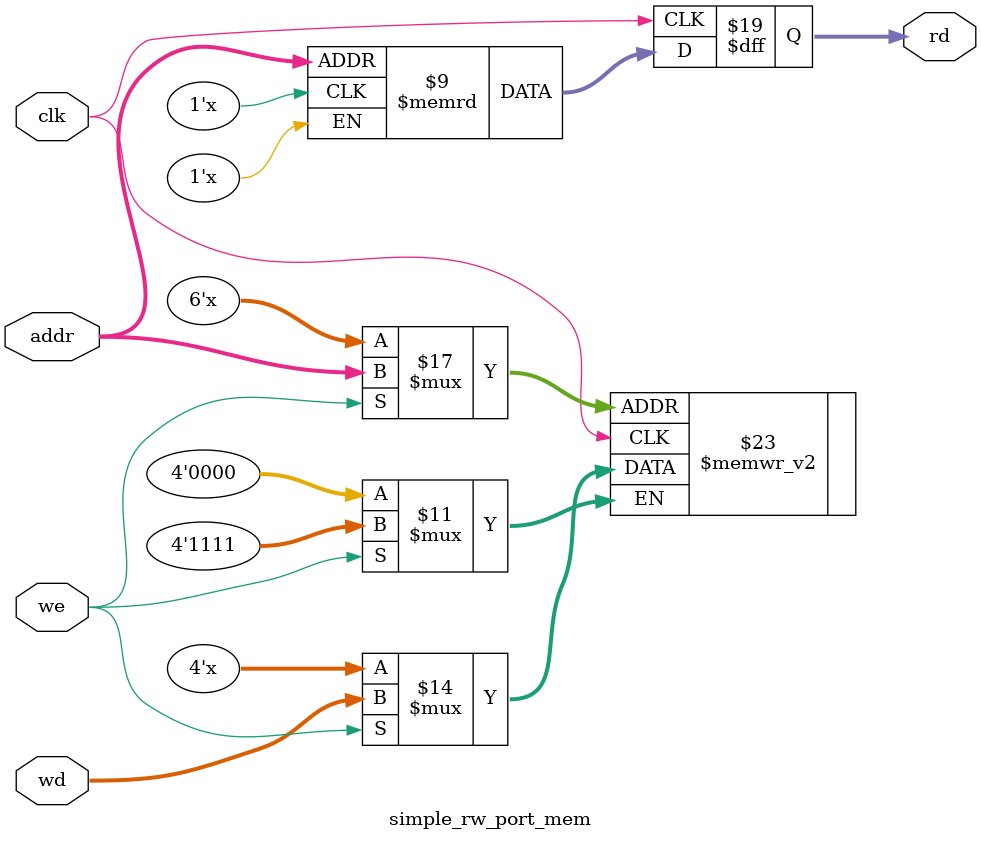
<source format=v>
module simple_rw_port_mem #(
    parameter ADDR_WIDTH = 6,
    parameter DATA_WIDTH = 4
) (
    input wire clk,
    input wire we,  // write enable
    input wire[ADDR_WIDTH-1:0] addr,  // address
    input wire[DATA_WIDTH-1:0] wd,  // write data
    output reg[DATA_WIDTH-1:0] rd  // read data
);
    // memory array
    reg[DATA_WIDTH-1:0] mem[0:(1 << ADDR_WIDTH)-1];

    // read and write operation
    always @(posedge clk) begin
        if(we) begin
            mem[addr] <= wd;
        end
        rd <= mem[addr];
    end
endmodule
</source>
